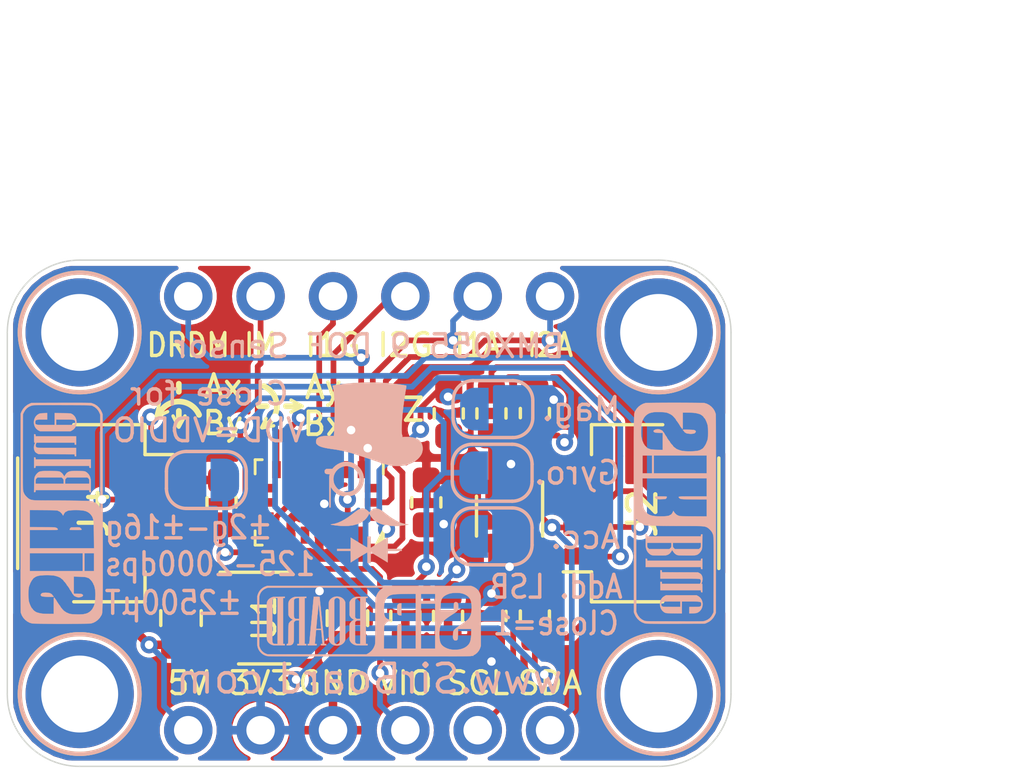
<source format=kicad_pcb>
(kicad_pcb (version 20171130) (host pcbnew "(5.1.2)-2")
  (title_block (title "SirBlue - BMX055 Breakout with 5V Level Shift") (date 2020-03-09) (rev 1) (company SirBoard) (comment 1 "Magnetometer:  X = ±1300μT, Y = ±1300μT, Z = ±2500μT") (comment 2 "Gyroscope = ±125°/s, ±250°/s, ±500°/s, ±1000°/s, ±2000°/s") (comment 3 "Accelerometer = ±4g/ ±8g/ ±12g/ ±16g") (comment 4 "16 Bit Gyroscope, 12 Bit Accelerometer And 13/15 Bit Magnetometer Optimised For I2C"))
  (layers (0 F.Cu signal) (31 B.Cu signal) (34 B.Paste user hide) (35 F.Paste user hide) (36 B.SilkS user) (37 F.SilkS user) (38 B.Mask user hide) (39 F.Mask user hide) (44 Edge.Cuts user))
  (net 0 "")
  (net 1 GND)
  (net 2 5V)
  (net 3 3V3)
  (net 4 "Net-(U1-Pad4)")
  (net 5 SCL_5V)
  (net 6 SDA_3V3)
  (net 7 SDA_5V)
  (net 8 SCL_3V3)
  (net 9 VDDIO)
  (net 10 I2A)
  (net 11 I1A)
  (net 12 I2G)
  (net 13 I1G)
  (net 14 CSBG)
  (net 15 CSBA)
  (net 16 INTM)
  (net 17 DRDYM)
  (net 18 /A_LSB_A)
  (net 19 /A_LSB_G)
  (net 20 /A_LSB_M)
  (net 21 "Net-(U2-Pad8)")
  (net 22 "Net-(U2-Pad18)")
  (module Connector_PinHeader_2.54mm:PinHeader_1x06_P2.54mm_Vertical (layer B.Cu) (at 58.928 28.3464 270)
    (fp_text reference J3 hide)
    (fp_text value Conn_01x06)
    (pad 1 thru_hole circle (at 0 0 270) (size 1.7 1.7) (drill 1) (layers *.Cu *.Mask) (net 17 DRDYM))
    (pad 2 thru_hole oval (at 0 -2.54 270) (size 1.7 1.7) (drill 1) (layers *.Cu *.Mask) (net 16 INTM))
    (pad 3 thru_hole oval (at 0 -5.08 270) (size 1.7 1.7) (drill 1) (layers *.Cu *.Mask) (net 13 I1G))
    (pad 4 thru_hole oval (at 0 -7.62 270) (size 1.7 1.7) (drill 1) (layers *.Cu *.Mask) (net 12 I2G))
    (pad 5 thru_hole oval (at 0 -10.16 270) (size 1.7 1.7) (drill 1) (layers *.Cu *.Mask) (net 11 I1A))
    (pad 6 thru_hole oval (at 0 -12.7 270) (size 1.7 1.7) (drill 1) (layers *.Cu *.Mask) (net 10 I2A))
  )
  (module SirBoardLibrary:LGA_PACKAGE_20_PINS (layer F.Cu) (at 63.5254 35.5854 270)
    (fp_text reference U2 hide)
    (fp_text value BMX055 hide)
    (pad 20 smd rect (at 0.5 -1.9 270) (size 0.3 0.6) (layers F.Cu F.Paste F.Mask) (net 20 /A_LSB_M))
    (pad 19 smd rect (at 0 -1.9 270) (size 0.3 0.6) (layers F.Cu F.Paste F.Mask) (net 11 I1A))
    (pad 18 smd rect (at -0.5 -1.9 270) (size 0.3 0.6) (layers F.Cu F.Paste F.Mask) (net 22 "Net-(U2-Pad18)"))
    (pad 17 smd rect (at -1.15 -1.5) (size 0.3 0.6) (layers F.Cu F.Paste F.Mask) (net 18 /A_LSB_A))
    (pad 16 smd rect (at -1.15 -1) (size 0.3 0.6) (layers F.Cu F.Paste F.Mask) (net 15 CSBA))
    (pad 15 smd rect (at -1.15 -0.5) (size 0.3 0.6) (layers F.Cu F.Paste F.Mask) (net 12 I2G))
    (pad 14 smd rect (at -1.15 0) (size 0.3 0.6) (layers F.Cu F.Paste F.Mask) (net 13 I1G))
    (pad 13 smd rect (at -1.15 0.5) (size 0.3 0.6) (layers F.Cu F.Paste F.Mask) (net 9 VDDIO))
    (pad 12 smd rect (at -1.15 1) (size 0.3 0.6) (layers F.Cu F.Paste F.Mask) (net 19 /A_LSB_G))
    (pad 11 smd rect (at -1.15 1.5) (size 0.3 0.6) (layers F.Cu F.Paste F.Mask) (net 6 SDA_3V3))
    (pad 10 smd rect (at -0.5 1.9 270) (size 0.3 0.6) (layers F.Cu F.Paste F.Mask) (net 16 INTM))
    (pad 9 smd rect (at 0 1.9 270) (size 0.3 0.6) (layers F.Cu F.Paste F.Mask) (net 8 SCL_3V3))
    (pad 8 smd rect (at 0.5 1.9 270) (size 0.3 0.6) (layers F.Cu F.Paste F.Mask) (net 21 "Net-(U2-Pad8)"))
    (pad 7 smd rect (at 1.15 1.5) (size 0.3 0.6) (layers F.Cu F.Paste F.Mask) (net 9 VDDIO))
    (pad 6 smd rect (at 1.15 1) (size 0.3 0.6) (layers F.Cu F.Paste F.Mask) (net 1 GND))
    (pad 5 smd rect (at 1.15 0.5) (size 0.3 0.6) (layers F.Cu F.Paste F.Mask) (net 14 CSBG))
    (pad 4 smd rect (at 1.15 0) (size 0.3 0.6) (layers F.Cu F.Paste F.Mask) (net 1 GND))
    (pad 3 smd rect (at 1.15 -0.5) (size 0.3 0.6) (layers F.Cu F.Paste F.Mask) (net 3 3V3))
    (pad 2 smd rect (at 1.15 -1) (size 0.3 0.6) (layers F.Cu F.Paste F.Mask) (net 17 DRDYM))
    (pad 1 smd rect (at 1.15 -1.5) (size 0.3 0.6) (layers F.Cu F.Paste F.Mask) (net 10 I2A))
  )
  (module Resistor_SMD:R_0603_1608Metric (layer F.Cu) (at 68.072 32.4612 270)
    (fp_text reference R3 hide)
    (fp_text value 10K)
    (pad 1 smd roundrect (at -0.7875 0 270) (size 0.875 0.95) (layers F.Cu F.Paste F.Mask) (net 20 /A_LSB_M))
    (pad 2 smd roundrect (at 0.7875 0 270) (size 0.875 0.95) (layers F.Cu F.Paste F.Mask) (net 1 GND))
  )
  (module Jumper:SolderJumper-2_P1.3mm_Open_RoundedPad1.0x1.5mm (layer B.Cu) (at 69.6214 32.3088 180)
    (fp_text reference JP4 hide)
    (fp_text value SolderJumper_2_Open)
    (pad 1 smd custom (at -0.65 0 180) (size 1 0.5) (layers B.Cu B.Mask) (net 3 3V3) (options (clearance outline) (anchor rect)) (primitives (gr_circle (center 0 -0.25) (end 0.5 -0.25) (width 0)) (gr_circle (center 0 0.25) (end 0.5 0.25) (width 0)) (gr_poly (pts (xy 0 0.75) (xy 0.5 0.75) (xy 0.5 -0.75) (xy 0 -0.75)) (width 0))))
    (pad 2 smd custom (at 0.65 0 180) (size 1 0.5) (layers B.Cu B.Mask) (net 20 /A_LSB_M) (options (clearance outline) (anchor rect)) (primitives (gr_circle (center 0 -0.25) (end 0.5 -0.25) (width 0)) (gr_circle (center 0 0.25) (end 0.5 0.25) (width 0)) (gr_poly (pts (xy 0 0.75) (xy -0.5 0.75) (xy -0.5 -0.75) (xy 0 -0.75)) (width 0))))
  )
  (module Connector_JST:JST_SH_SM04B-SRSS-TB_1x04-1MP_P1.00mm_Horizontal (layer F.Cu) (at 74.8665 35.9664 90)
    (fp_text reference J2 (at 0 0 90) (layer F.SilkS))
    (fp_text value Conn_01x04)
    (pad 1 smd roundrect (at -1.5 -2 90) (size 0.6 1.55) (layers F.Cu F.Paste F.Mask) (net 5 SCL_5V))
    (pad 2 smd roundrect (at -0.5 -2 90) (size 0.6 1.55) (layers F.Cu F.Paste F.Mask) (net 7 SDA_5V))
    (pad 3 smd roundrect (at 0.5 -2 90) (size 0.6 1.55) (layers F.Cu F.Paste F.Mask) (net 2 5V))
    (pad 4 smd roundrect (at 1.5 -2 90) (size 0.6 1.55) (layers F.Cu F.Paste F.Mask) (net 1 GND))
    (pad MP smd roundrect (at -2.8 1.875 90) (size 1.2 1.8) (layers F.Cu F.Paste F.Mask) (roundrect_rratio 0.208333))
    (pad MP smd roundrect (at 2.8 1.875 90) (size 1.2 1.8) (layers F.Cu F.Paste F.Mask) (roundrect_rratio 0.208333))
  )
  (module Resistor_SMD:R_0603_1608Metric (layer F.Cu) (at 66.548 39.5732 270)
    (fp_text reference R2 hide)
    (fp_text value 10K)
    (pad 1 smd roundrect (at -0.7875 0 270) (size 0.875 0.95) (layers F.Cu F.Paste F.Mask) (net 19 /A_LSB_G))
    (pad 2 smd roundrect (at 0.7875 0 270) (size 0.875 0.95) (layers F.Cu F.Paste F.Mask) (net 1 GND))
  )
  (module Resistor_SMD:R_0603_1608Metric (layer F.Cu) (at 68.0466 39.5732 270)
    (fp_text reference R1 hide)
    (fp_text value 10K)
    (pad 1 smd roundrect (at -0.7875 0 270) (size 0.875 0.95) (layers F.Cu F.Paste F.Mask) (net 18 /A_LSB_A))
    (pad 2 smd roundrect (at 0.7875 0 270) (size 0.875 0.95) (layers F.Cu F.Paste F.Mask) (net 1 GND))
  )
  (module Jumper:SolderJumper-2_P1.3mm_Open_RoundedPad1.0x1.5mm (layer B.Cu) (at 69.596 34.544 180)
    (fp_text reference JP3 hide)
    (fp_text value SolderJumper_2_Open)
    (pad 1 smd custom (at -0.65 0 180) (size 1 0.5) (layers B.Cu B.Mask) (net 3 3V3) (options (clearance outline) (anchor rect)) (primitives (gr_circle (center 0 -0.25) (end 0.5 -0.25) (width 0)) (gr_circle (center 0 0.25) (end 0.5 0.25) (width 0)) (gr_poly (pts (xy 0 0.75) (xy 0.5 0.75) (xy 0.5 -0.75) (xy 0 -0.75)) (width 0))))
    (pad 2 smd custom (at 0.65 0 180) (size 1 0.5) (layers B.Cu B.Mask) (net 19 /A_LSB_G) (options (clearance outline) (anchor rect)) (primitives (gr_circle (center 0 -0.25) (end 0.5 -0.25) (width 0)) (gr_circle (center 0 0.25) (end 0.5 0.25) (width 0)) (gr_poly (pts (xy 0 0.75) (xy -0.5 0.75) (xy -0.5 -0.75) (xy 0 -0.75)) (width 0))))
  )
  (module Jumper:SolderJumper-2_P1.3mm_Open_RoundedPad1.0x1.5mm (layer B.Cu) (at 69.596 36.7792 180)
    (fp_text reference JP2 hide)
    (fp_text value SolderJumper_2_Open)
    (pad 2 smd custom (at 0.65 0 180) (size 1 0.5) (layers B.Cu B.Mask) (net 18 /A_LSB_A) (options (clearance outline) (anchor rect)) (primitives (gr_circle (center 0 -0.25) (end 0.5 -0.25) (width 0)) (gr_circle (center 0 0.25) (end 0.5 0.25) (width 0)) (gr_poly (pts (xy 0 0.75) (xy -0.5 0.75) (xy -0.5 -0.75) (xy 0 -0.75)) (width 0))))
    (pad 1 smd custom (at -0.65 0 180) (size 1 0.5) (layers B.Cu B.Mask) (net 3 3V3) (options (clearance outline) (anchor rect)) (primitives (gr_circle (center 0 -0.25) (end 0.5 -0.25) (width 0)) (gr_circle (center 0 0.25) (end 0.5 0.25) (width 0)) (gr_poly (pts (xy 0 0.75) (xy 0.5 0.75) (xy 0.5 -0.75) (xy 0 -0.75)) (width 0))))
  )
  (module Capacitor_SMD:C_0603_1608Metric (layer F.Cu) (at 60.0964 35.5854 90)
    (fp_text reference C5 hide)
    (fp_text value 100nF)
    (pad 2 smd roundrect (at 0.7875 0 90) (size 0.875 0.95) (layers F.Cu F.Paste F.Mask) (net 1 GND))
    (pad 1 smd roundrect (at -0.7875 0 90) (size 0.875 0.95) (layers F.Cu F.Paste F.Mask) (net 9 VDDIO))
  )
  (module Capacitor_SMD:C_0603_1608Metric (layer F.Cu) (at 67.2846 35.5854 90)
    (fp_text reference C3 hide)
    (fp_text value 1uF)
    (pad 2 smd roundrect (at 0.7875 0 90) (size 0.875 0.95) (layers F.Cu F.Paste F.Mask) (net 1 GND))
    (pad 1 smd roundrect (at -0.7875 0 90) (size 0.875 0.95) (layers F.Cu F.Paste F.Mask) (net 3 3V3))
  )
  (module Jumper:SolderJumper-2_P1.3mm_Open_RoundedPad1.0x1.5mm (layer B.Cu) (at 59.563 34.798)
    (fp_text reference JP1 hide)
    (fp_text value SolderJumper_2_Open)
    (pad 2 smd custom (at 0.65 0) (size 1 0.5) (layers B.Cu B.Mask) (net 9 VDDIO) (options (clearance outline) (anchor rect)) (primitives (gr_circle (center 0 -0.25) (end 0.5 -0.25) (width 0)) (gr_circle (center 0 0.25) (end 0.5 0.25) (width 0)) (gr_poly (pts (xy 0 0.75) (xy -0.5 0.75) (xy -0.5 -0.75) (xy 0 -0.75)) (width 0))))
    (pad 1 smd custom (at -0.65 0) (size 1 0.5) (layers B.Cu B.Mask) (net 3 3V3) (options (clearance outline) (anchor rect)) (primitives (gr_circle (center 0 -0.25) (end 0.5 -0.25) (width 0)) (gr_circle (center 0 0.25) (end 0.5 0.25) (width 0)) (gr_poly (pts (xy 0 0.75) (xy 0.5 0.75) (xy 0.5 -0.75) (xy 0 -0.75)) (width 0))))
  )
  (module logo:SirBoard79x25 (layer B.Cu) (at 65.278 39.751 180)
    (fp_text reference G*** hide)
    (fp_text value LOGO hide)
  )
  (module logo:logo63x89 (layer B.Cu) (at 65.278 34.544 180)
    (fp_text reference G*** hide)
    (fp_text value LOGO hide)
  )
  (module logo:SirBlue78x29 (layer B.Cu) (at 76.0095 35.9664 270)
    (fp_text reference G*** hide)
    (fp_text value LOGO hide)
  )
  (module logo:SirBlue78x29 (layer B.Cu) (at 54.483 35.9664 90)
    (fp_text reference G*** hide)
    (fp_text value LOGO hide)
  )
  (module Connector_PinHeader_2.54mm:PinHeader_1x06_P2.54mm_Vertical (layer B.Cu) (at 58.928 43.5864 270)
    (fp_text reference J1 hide)
    (fp_text value Conn_01x06)
    (pad 6 thru_hole oval (at 0 -12.7 270) (size 1.7 1.7) (drill 1) (layers *.Cu *.Mask) (net 7 SDA_5V))
    (pad 5 thru_hole oval (at 0 -10.16 270) (size 1.7 1.7) (drill 1) (layers *.Cu *.Mask) (net 5 SCL_5V))
    (pad 4 thru_hole oval (at 0 -7.62 270) (size 1.7 1.7) (drill 1) (layers *.Cu *.Mask) (net 9 VDDIO))
    (pad 3 thru_hole oval (at 0 -5.08 270) (size 1.7 1.7) (drill 1) (layers *.Cu *.Mask) (net 1 GND))
    (pad 2 thru_hole oval (at 0 -2.54 270) (size 1.7 1.7) (drill 1) (layers *.Cu *.Mask) (net 3 3V3))
    (pad 1 thru_hole circle (at 0 0 270) (size 1.7 1.7) (drill 1) (layers *.Cu *.Mask) (net 2 5V))
  )
  (module Package_TO_SOT_SMD:SOT-23-5 (layer F.Cu) (at 61.595 39.6494)
    (fp_text reference U1 (at 0 0 90) (layer F.SilkS) (effects (font (size 0.8 0.8) (thickness 0.12))))
    (fp_text value AP2127K-3.3)
    (pad 5 smd rect (at 1.1 -0.95) (size 1.06 0.65) (layers F.Cu F.Paste F.Mask) (net 3 3V3))
    (pad 4 smd rect (at 1.1 0.95) (size 1.06 0.65) (layers F.Cu F.Paste F.Mask) (net 4 "Net-(U1-Pad4)"))
    (pad 3 smd rect (at -1.1 0.95) (size 1.06 0.65) (layers F.Cu F.Paste F.Mask) (net 2 5V))
    (pad 2 smd rect (at -1.1 0) (size 1.06 0.65) (layers F.Cu F.Paste F.Mask) (net 1 GND))
    (pad 1 smd rect (at -1.1 -0.95) (size 1.06 0.65) (layers F.Cu F.Paste F.Mask) (net 2 5V))
  )
  (module Connector_JST:JST_SH_SM04B-SRSS-TB_1x04-1MP_P1.00mm_Horizontal (layer F.Cu) (at 55.626 35.9664 270)
    (fp_text reference J4 (at 0 0 270) (layer F.SilkS))
    (fp_text value Conn_01x04)
    (pad 1 smd roundrect (at -1.5 -2 270) (size 0.6 1.55) (layers F.Cu F.Paste F.Mask) (net 5 SCL_5V))
    (pad 2 smd roundrect (at -0.5 -2 270) (size 0.6 1.55) (layers F.Cu F.Paste F.Mask) (net 7 SDA_5V))
    (pad 3 smd roundrect (at 0.5 -2 270) (size 0.6 1.55) (layers F.Cu F.Paste F.Mask) (net 2 5V))
    (pad 4 smd roundrect (at 1.5 -2 270) (size 0.6 1.55) (layers F.Cu F.Paste F.Mask) (net 1 GND))
    (pad MP smd roundrect (at -2.8 1.875 270) (size 1.2 1.8) (layers F.Cu F.Paste F.Mask) (roundrect_rratio 0.208333))
    (pad MP smd roundrect (at 2.8 1.875 270) (size 1.2 1.8) (layers F.Cu F.Paste F.Mask) (roundrect_rratio 0.208333))
  )
  (module Capacitor_SMD:C_0805_2012Metric (layer F.Cu) (at 64.516 39.6494 270)
    (fp_text reference C4 hide)
    (fp_text value 10uF)
    (pad 2 smd roundrect (at 0.9375 0 270) (size 0.975 1.4) (layers F.Cu F.Paste F.Mask) (net 1 GND))
    (pad 1 smd roundrect (at -0.9375 0 270) (size 0.975 1.4) (layers F.Cu F.Paste F.Mask) (net 3 3V3))
  )
  (module Capacitor_SMD:C_0805_2012Metric (layer F.Cu) (at 58.674 39.6494 90)
    (fp_text reference C1 hide)
    (fp_text value 10uF)
    (pad 2 smd roundrect (at 0.9375 0 90) (size 0.975 1.4) (layers F.Cu F.Paste F.Mask) (net 1 GND))
    (pad 1 smd roundrect (at -0.9375 0 90) (size 0.975 1.4) (layers F.Cu F.Paste F.Mask) (net 2 5V))
  )
  (module SirBoardLibrary:MountingHole_M2.5_SirBoard (layer F.Cu) (at 55.118 42.3164 270)
    (fp_text reference H1 hide)
    (fp_text value MountingHole)
    (pad 1 thru_hole circle (at 0 0 270) (size 3.8 3.8) (drill 2.7) (layers *.Cu *.Mask))
  )
  (module SirBoardLibrary:MountingHole_M2.5_SirBoard (layer F.Cu) (at 55.118 29.6164 270)
    (fp_text reference H2 hide)
    (fp_text value MountingHole)
    (pad 1 thru_hole circle (at 0 0 270) (size 3.8 3.8) (drill 2.7) (layers *.Cu *.Mask))
  )
  (module SirBoardLibrary:MountingHole_M2.5_SirBoard (layer F.Cu) (at 75.438 42.3164 90)
    (fp_text reference H3 hide)
    (fp_text value MountingHole)
    (pad 1 thru_hole circle (at 0 0 90) (size 3.8 3.8) (drill 2.7) (layers *.Cu *.Mask))
  )
  (module SirBoardLibrary:MountingHole_M2.5_SirBoard (layer F.Cu) (at 75.438 29.6164 90)
    (fp_text reference H4 hide)
    (fp_text value MountingHole)
    (pad 1 thru_hole circle (at 0 0 90) (size 3.8 3.8) (drill 2.7) (layers *.Cu *.Mask))
  )
  (module Resistor_SMD:R_0603_1608Metric (layer F.Cu) (at 69.5706 32.4612 270)
    (fp_text reference R8 hide)
    (fp_text value 10K)
    (pad 2 smd roundrect (at 0.7875 0 270) (size 0.875 0.95) (layers F.Cu F.Paste F.Mask) (net 7 SDA_5V))
    (pad 1 smd roundrect (at -0.7875 0 270) (size 0.875 0.95) (layers F.Cu F.Paste F.Mask) (net 2 5V))
  )
  (module Resistor_SMD:R_0603_1608Metric (layer F.Cu) (at 69.5706 39.5732 270)
    (fp_text reference R7 hide)
    (fp_text value 10K)
    (pad 2 smd roundrect (at 0.7875 0 270) (size 0.875 0.95) (layers F.Cu F.Paste F.Mask) (net 3 3V3))
    (pad 1 smd roundrect (at -0.7875 0 270) (size 0.875 0.95) (layers F.Cu F.Paste F.Mask) (net 6 SDA_3V3))
  )
  (module Resistor_SMD:R_0603_1608Metric (layer F.Cu) (at 71.0946 39.5605 90)
    (fp_text reference R6 hide)
    (fp_text value 10K)
    (pad 2 smd roundrect (at 0.7875 0 90) (size 0.875 0.95) (layers F.Cu F.Paste F.Mask) (net 5 SCL_5V))
    (pad 1 smd roundrect (at -0.7875 0 90) (size 0.875 0.95) (layers F.Cu F.Paste F.Mask) (net 2 5V))
  )
  (module Resistor_SMD:R_0603_1608Metric (layer F.Cu) (at 71.0946 32.4485 90)
    (fp_text reference R5 hide)
    (fp_text value 10K)
    (pad 2 smd roundrect (at 0.7875 0 90) (size 0.875 0.95) (layers F.Cu F.Paste F.Mask) (net 3 3V3))
    (pad 1 smd roundrect (at -0.7875 0 90) (size 0.875 0.95) (layers F.Cu F.Paste F.Mask) (net 8 SCL_3V3))
  )
  (module Package_TO_SOT_SMD:SOT-363_SC-70-6 (layer F.Cu) (at 70.2056 36.068 270)
    (fp_text reference Q2 hide)
    (fp_text value BSS138DW)
    (pad 6 smd rect (at 0.95 -0.65 270) (size 0.65 0.4) (layers F.Cu F.Paste F.Mask) (net 5 SCL_5V))
    (pad 4 smd rect (at 0.95 0.65 270) (size 0.65 0.4) (layers F.Cu F.Paste F.Mask) (net 6 SDA_3V3))
    (pad 2 smd rect (at -0.95 0 270) (size 0.65 0.4) (layers F.Cu F.Paste F.Mask) (net 3 3V3))
    (pad 5 smd rect (at 0.95 0 270) (size 0.65 0.4) (layers F.Cu F.Paste F.Mask) (net 3 3V3))
    (pad 3 smd rect (at -0.95 0.65 270) (size 0.65 0.4) (layers F.Cu F.Paste F.Mask) (net 7 SDA_5V))
    (pad 1 smd rect (at -0.95 -0.65 270) (size 0.65 0.4) (layers F.Cu F.Paste F.Mask) (net 8 SCL_3V3))
  )
  (gr_text ±2500μT (at 55.9308 39.116) (layer B.SilkS) (effects (font (size 0.8 0.7) (thickness 0.12)) (justify right mirror)))
  (gr_text Mag. (at 74.168 32.3088) (layer B.SilkS) (effects (font (size 0.8 0.8) (thickness 0.12)) (justify left mirror)))
  (gr_text "Ay\nBx" (at 63.6778 32.1818) (layer F.SilkS) (effects (font (size 0.8 0.8) (thickness 0.13))))
  (gr_text Z (at 66.8274 32.258 180) (layer F.SilkS) (effects (font (size 0.8 0.8) (thickness 0.13))))
  (gr_text "Ax\nBy" (at 60.1472 32.1564) (layer F.SilkS) (effects (font (size 0.8 0.8) (thickness 0.13))))
  (gr_line (start 66.2178 32.0802) (end 65.9765 32.385) (layer F.SilkS) (width 0.12))
  (gr_line (start 66.2305 32.0929) (end 66.3829 32.4358) (layer F.SilkS) (width 0.12))
  (gr_line (start 61.6585 32.639) (end 61.5061 32.9565) (layer F.SilkS) (width 0.12))
  (gr_line (start 61.5188 32.9692) (end 61.9252 32.893) (layer F.SilkS) (width 0.12))
  (gr_arc (start 61.2648 32.2072) (end 61.5696 32.9184) (angle -132.8389205) (layer F.SilkS) (width 0.2))
  (gr_line (start 61.4045 32.2072) (end 61.6839 32.2072) (layer F.SilkS) (width 0.2))
  (gr_line (start 62.357 32.2072) (end 62.8396 32.2072) (layer F.SilkS) (width 0.2))
  (gr_line (start 62.9285 32.2072) (end 62.5348 31.9913) (layer F.SilkS) (width 0.12))
  (gr_line (start 62.9158 32.2199) (end 62.5348 32.4104) (layer F.SilkS) (width 0.12))
  (gr_line (start 58.5851 32.9311) (end 58.3946 32.5501) (layer F.SilkS) (width 0.12))
  (gr_line (start 58.5978 32.9438) (end 58.8137 32.5501) (layer F.SilkS) (width 0.12))
  (gr_circle (center 65.5193 32.2199) (end 65.6693 32.2199) (layer F.SilkS) (width 0.4))
  (gr_arc (start 65.5193 32.2199) (end 65.5447 31.5341) (angle -272.1210964) (layer F.SilkS) (width 0.2))
  (gr_line (start 58.5978 32.3723) (end 58.5978 32.8549) (layer F.SilkS) (width 0.2))
  (gr_line (start 58.5978 31.4198) (end 58.5978 31.6992) (layer F.SilkS) (width 0.2))
  (gr_arc (start 58.5978 32.8168) (end 59.309 32.512) (angle -132.8389205) (layer F.SilkS) (width 0.2))
  (gr_line (start 57.912 32.1183) (end 57.7977 32.5501) (layer F.SilkS) (width 0.12))
  (gr_line (start 57.8231 32.5755) (end 58.2041 32.3977) (layer F.SilkS) (width 0.12))
  (gr_text Acc. (at 74.168 36.8046) (layer B.SilkS) (effects (font (size 0.8 0.8) (thickness 0.12)) (justify left mirror)))
  (gr_text Gyro. (at 74.168 34.544) (layer B.SilkS) (effects (font (size 0.8 0.8) (thickness 0.12)) (justify left mirror)))
  (gr_text "Add. LSB\nClose=1" (at 71.8312 39.1922) (layer B.SilkS) (effects (font (size 0.8 0.7) (thickness 0.12)) (justify mirror)))
  (gr_text "±2g-±16g\n125-2000dps" (at 55.9308 37.1094) (layer B.SilkS) (effects (font (size 0.8 0.7) (thickness 0.12)) (justify right mirror)))
  (gr_text SDA (at 71.628 41.9354) (layer F.SilkS) (effects (font (size 0.8 0.8) (thickness 0.12))))
  (gr_text "BMX055 9 DOF Sensor" (at 65.278 30.099) (layer B.SilkS) (effects (font (size 0.8 0.8) (thickness 0.12)) (justify mirror)))
  (gr_text "Close for\nVDD=VDDIO" (at 59.6646 32.4104) (layer B.SilkS) (effects (font (size 0.8 0.8) (thickness 0.12)) (justify mirror)))
  (gr_text I2A (at 71.628 30.0609) (layer F.SilkS) (effects (font (size 0.8 0.7) (thickness 0.12))))
  (gr_text I1A (at 69.088 30.0609) (layer F.SilkS) (effects (font (size 0.8 0.7) (thickness 0.12))))
  (gr_text DRDM (at 58.928 30.0609) (layer F.SilkS) (effects (font (size 0.8 0.7) (thickness 0.12))))
  (gr_text IM (at 61.468 30.0609) (layer F.SilkS) (effects (font (size 0.8 0.7) (thickness 0.12))))
  (gr_text I1G (at 64.008 30.0609) (layer F.SilkS) (effects (font (size 0.8 0.8) (thickness 0.12))))
  (gr_text I2G (at 66.548 30.0609) (layer F.SilkS) (effects (font (size 0.8 0.8) (thickness 0.12))))
  (gr_text 5V (at 58.928 41.9354) (layer F.SilkS) (effects (font (size 0.8 0.8) (thickness 0.12))))
  (gr_text 3V3 (at 61.468 41.9354) (layer F.SilkS) (effects (font (size 0.8 0.8) (thickness 0.12))))
  (gr_text GND (at 64.008 41.9354) (layer F.SilkS) (effects (font (size 0.8 0.8) (thickness 0.12))))
  (gr_text VIO (at 66.548 41.9354) (layer F.SilkS) (effects (font (size 0.8 0.8) (thickness 0.12))))
  (gr_text SCL (at 69.088 41.9354) (layer F.SilkS) (effects (font (size 0.8 0.8) (thickness 0.12))))
  (gr_arc (start 55.118 29.6164) (end 55.118 27.0764) (angle -90) (layer Edge.Cuts) (width 0.05))
  (gr_arc (start 75.438 29.6164) (end 77.978 29.6164) (angle -90) (layer Edge.Cuts) (width 0.05))
  (gr_arc (start 75.438 42.3164) (end 75.438 44.8564) (angle -90) (layer Edge.Cuts) (width 0.05))
  (gr_arc (start 55.118 42.3164) (end 52.578 42.3164) (angle -90) (layer Edge.Cuts) (width 0.05))
  (gr_line (start 52.578 42.3164) (end 52.578 29.6164) (layer Edge.Cuts) (width 0.05))
  (gr_line (start 55.118 27.0764) (end 75.438 27.0764) (layer Edge.Cuts) (width 0.05))
  (gr_line (start 77.978 29.6164) (end 77.978 42.3164) (layer Edge.Cuts) (width 0.05))
  (gr_line (start 75.438 44.8564) (end 55.118 44.8564) (layer Edge.Cuts) (width 0.05))
  (gr_text www.SirBoard.com (at 65.278 41.783) (layer B.SilkS) (effects (font (size 1 1) (thickness 0.13)) (justify mirror)))
  (segment (start 58.6865 40.5994) (end 58.674 40.5869) (width 0.3) (layer F.Cu) (net 2))
  (segment (start 60.495 40.5994) (end 58.6865 40.5994) (width 0.3) (layer F.Cu) (net 2))
  (segment (start 57.5541 40.5869) (end 58.674 40.5869) (width 0.3) (layer F.Cu) (net 2))
  (segment (start 55.7784 38.8112) (end 57.5541 40.5869) (width 0.3) (layer F.Cu) (net 2))
  (segment (start 55.7784 37.0586) (end 55.7784 38.8112) (width 0.3) (layer F.Cu) (net 2))
  (segment (start 57.626 36.4664) (end 56.3706 36.4664) (width 0.3) (layer F.Cu) (net 2))
  (segment (start 56.3706 36.4664) (end 55.7784 37.0586) (width 0.3) (layer F.Cu) (net 2))
  (segment (start 57.5541 40.5869) (end 57.5541 40.5869) (width 0.3) (layer F.Cu) (net 2))
  (via (at 57.5541 40.5869) (size 0.6) (drill 0.3) (layers F.Cu B.Cu) (net 2))
  (segment (start 57.854099 40.886899) (end 57.5541 40.5869) (width 0.2) (layer B.Cu) (net 2))
  (segment (start 58.078001 41.110801) (end 57.854099 40.886899) (width 0.2) (layer B.Cu) (net 2))
  (segment (start 58.078001 42.736401) (end 58.078001 41.110801) (width 0.2) (layer B.Cu) (net 2))
  (segment (start 58.928 43.5864) (end 58.078001 42.736401) (width 0.2) (layer B.Cu) (net 2))
  (segment (start 73.7415 35.4664) (end 72.8665 35.4664) (width 0.2) (layer F.Cu) (net 2))
  (segment (start 74.0156 35.1923) (end 73.7415 35.4664) (width 0.2) (layer F.Cu) (net 2))
  (segment (start 74.0156 35.1923) (end 74.6893 35.1923) (width 0.2) (layer F.Cu) (net 2))
  (segment (start 74.6893 35.1923) (end 75.4888 35.9918) (width 0.2) (layer F.Cu) (net 2))
  (segment (start 75.4888 35.9918) (end 75.4888 37.1094) (width 0.2) (layer F.Cu) (net 2))
  (segment (start 72.2502 40.348) (end 71.0946 40.348) (width 0.2) (layer F.Cu) (net 2))
  (segment (start 75.4888 37.1094) (end 72.2502 40.348) (width 0.2) (layer F.Cu) (net 2))
  (segment (start 61.2165 38.6994) (end 61.468 38.9509) (width 0.3) (layer F.Cu) (net 2))
  (segment (start 60.495 38.6994) (end 61.2165 38.6994) (width 0.3) (layer F.Cu) (net 2))
  (segment (start 61.468 38.9509) (end 61.468 39.751) (width 0.3) (layer F.Cu) (net 2))
  (segment (start 61.468 39.751) (end 61.468 40.3479) (width 0.3) (layer F.Cu) (net 2))
  (segment (start 61.468 40.3479) (end 61.2165 40.5994) (width 0.3) (layer F.Cu) (net 2))
  (segment (start 61.2165 40.5994) (end 60.495 40.5994) (width 0.3) (layer F.Cu) (net 2))
  (via (at 62.7126 41.8084) (size 0.6) (drill 0.3) (layers F.Cu B.Cu) (net 2))
  (segment (start 61.1632 41.8084) (end 62.7126 41.8084) (width 0.2) (layer F.Cu) (net 2))
  (segment (start 60.495 40.5994) (end 60.495 41.1402) (width 0.2) (layer F.Cu) (net 2))
  (segment (start 60.495 41.1402) (end 61.1632 41.8084) (width 0.2) (layer F.Cu) (net 2))
  (via (at 71.4248 41.6306) (size 0.6) (drill 0.3) (layers F.Cu B.Cu) (net 2))
  (segment (start 71.0946 40.348) (end 71.0946 41.3004) (width 0.2) (layer F.Cu) (net 2))
  (segment (start 71.0946 41.3004) (end 71.4248 41.6306) (width 0.2) (layer F.Cu) (net 2))
  (segment (start 71.4248 41.6306) (end 69.7992 40.005) (width 0.2) (layer B.Cu) (net 2))
  (segment (start 64.516 40.005) (end 62.7126 41.8084) (width 0.2) (layer B.Cu) (net 2))
  (segment (start 69.7992 40.005) (end 64.516 40.005) (width 0.2) (layer B.Cu) (net 2))
  (segment (start 74.0156 32.766) (end 74.0156 35.1923) (width 0.2) (layer F.Cu) (net 2))
  (segment (start 72.0852 30.8356) (end 74.0156 32.766) (width 0.2) (layer F.Cu) (net 2))
  (segment (start 69.7442 30.8356) (end 72.0852 30.8356) (width 0.2) (layer F.Cu) (net 2))
  (segment (start 69.5706 31.6737) (end 69.5706 31.0092) (width 0.2) (layer F.Cu) (net 2))
  (segment (start 69.5706 31.0092) (end 69.7442 30.8356) (width 0.2) (layer F.Cu) (net 2))
  (segment (start 64.5035 38.6994) (end 64.516 38.7119) (width 0.3) (layer F.Cu) (net 3))
  (segment (start 62.695 38.6994) (end 63.5356 38.6994) (width 0.3) (layer F.Cu) (net 3))
  (segment (start 63.561 38.6994) (end 64.5035 38.6994) (width 0.3) (layer F.Cu) (net 3))
  (segment (start 69.2128 40.3607) (end 69.5706 40.3607) (width 0.2) (layer F.Cu) (net 3))
  (via (at 70.2056 37.846) (size 0.6) (drill 0.3) (layers F.Cu B.Cu) (net 3))
  (segment (start 70.2056 37.018) (end 70.2056 37.846) (width 0.2) (layer F.Cu) (net 3))
  (segment (start 63.5356 38.6994) (end 63.561 38.6994) (width 0.3) (layer F.Cu) (net 3))
  (segment (start 63.5356 38.6994) (end 63.5356 38.6994) (width 0.3) (layer F.Cu) (net 3))
  (via (at 63.5356 38.6994) (size 0.6) (drill 0.3) (layers F.Cu B.Cu) (net 3))
  (via (at 69.5706 41.1734) (size 0.6) (drill 0.3) (layers F.Cu B.Cu) (net 3))
  (segment (start 69.5706 40.3607) (end 69.5706 41.1734) (width 0.2) (layer F.Cu) (net 3))
  (via (at 70.2564 34.2392) (size 0.6) (drill 0.3) (layers F.Cu B.Cu) (net 3))
  (segment (start 70.2056 35.118) (end 70.2056 34.29) (width 0.2) (layer F.Cu) (net 3))
  (segment (start 70.2056 34.29) (end 70.2564 34.2392) (width 0.2) (layer F.Cu) (net 3))
  (segment (start 70.2564 34.2392) (end 69.9412 34.2392) (width 0.2) (layer B.Cu) (net 3))
  (via (at 63.7032 35.6362) (size 0.6) (drill 0.3) (layers F.Cu B.Cu) (net 3))
  (segment (start 64.0254 35.9584) (end 64.003199 35.936199) (width 0.2) (layer F.Cu) (net 3))
  (segment (start 64.003199 35.936199) (end 63.7032 35.6362) (width 0.2) (layer F.Cu) (net 3))
  (segment (start 64.0254 36.8479) (end 64.0254 35.9584) (width 0.2) (layer F.Cu) (net 3))
  (via (at 71.755 31.9786) (size 0.6) (drill 0.3) (layers F.Cu B.Cu) (net 3))
  (segment (start 70.2714 32.3088) (end 71.3232 32.3088) (width 0.2) (layer B.Cu) (net 3))
  (segment (start 71.3232 32.3088) (end 71.4756 32.1564) (width 0.2) (layer B.Cu) (net 3))
  (via (at 67.8942 36.3474) (size 0.6) (drill 0.3) (layers F.Cu B.Cu) (net 3))
  (segment (start 67.2084 36.3729) (end 67.2339 36.3474) (width 0.2) (layer F.Cu) (net 3))
  (segment (start 67.469936 36.3474) (end 67.8942 36.3474) (width 0.2) (layer F.Cu) (net 3))
  (segment (start 67.2339 36.3474) (end 67.469936 36.3474) (width 0.2) (layer F.Cu) (net 3))
  (segment (start 71.4122 31.9786) (end 71.755 31.9786) (width 0.2) (layer F.Cu) (net 3))
  (segment (start 71.0946 31.661) (end 71.4122 31.9786) (width 0.2) (layer F.Cu) (net 3))
  (segment (start 71.0946 38.0365) (end 71.0946 38.773) (width 0.2) (layer F.Cu) (net 5))
  (segment (start 71.0946 38.0365) (end 71.094594 38.036506) (width 0.2) (layer F.Cu) (net 5))
  (segment (start 71.304 37.4664) (end 72.8665 37.4664) (width 0.2) (layer F.Cu) (net 5))
  (segment (start 70.8556 37.018) (end 71.304 37.4664) (width 0.2) (layer F.Cu) (net 5))
  (segment (start 71.2978 37.8333) (end 71.0946 38.0365) (width 0.2) (layer F.Cu) (net 5))
  (segment (start 70.8556 37.018) (end 71.2978 37.4602) (width 0.2) (layer F.Cu) (net 5))
  (segment (start 71.2978 37.4602) (end 71.2978 37.8333) (width 0.2) (layer F.Cu) (net 5))
  (via (at 57.6072 32.5882) (size 0.6) (drill 0.3) (layers F.Cu B.Cu) (net 5))
  (segment (start 57.626 34.4664) (end 57.626 32.607) (width 0.2) (layer F.Cu) (net 5))
  (segment (start 57.626 32.607) (end 57.6072 32.5882) (width 0.2) (layer F.Cu) (net 5))
  (via (at 74.0918 37.4904) (size 0.6) (drill 0.3) (layers F.Cu B.Cu) (net 5))
  (segment (start 72.8905 37.4904) (end 72.8665 37.4664) (width 0.2) (layer F.Cu) (net 5))
  (segment (start 74.0918 37.4904) (end 72.8905 37.4904) (width 0.2) (layer F.Cu) (net 5))
  (segment (start 71.0946 38.773) (end 70.3326 39.535) (width 0.2) (layer F.Cu) (net 5))
  (segment (start 70.3326 42.3418) (end 69.088 43.5864) (width 0.2) (layer F.Cu) (net 5))
  (segment (start 70.3326 39.535) (end 70.3326 42.3418) (width 0.2) (layer F.Cu) (net 5))
  (segment (start 74.0918 33.9598) (end 74.0918 37.4904) (width 0.2) (layer B.Cu) (net 5))
  (segment (start 58.674 31.5214) (end 66.7893 31.5214) (width 0.2) (layer B.Cu) (net 5))
  (segment (start 57.6072 32.5882) (end 58.674 31.5214) (width 0.2) (layer B.Cu) (net 5))
  (segment (start 66.7893 31.5214) (end 67.4497 30.861) (width 0.2) (layer B.Cu) (net 5))
  (segment (start 67.4497 30.861) (end 72.0852 30.861) (width 0.2) (layer B.Cu) (net 5))
  (segment (start 72.0852 30.861) (end 74.0918 32.8676) (width 0.2) (layer B.Cu) (net 5))
  (segment (start 74.0918 32.8676) (end 74.0918 33.9598) (width 0.2) (layer B.Cu) (net 5))
  (segment (start 69.5556 37.018) (end 69.5556 38.7707) (width 0.2) (layer F.Cu) (net 6))
  (segment (start 69.5556 37.018) (end 69.5556 36.7896) (width 0.2) (layer F.Cu) (net 6))
  (via (at 69.5706 38.7857) (size 0.6) (drill 0.3) (layers F.Cu B.Cu) (net 6))
  (segment (start 69.5556 38.7707) (end 69.5706 38.7857) (width 0.2) (layer F.Cu) (net 6))
  (via (at 61.976 32.6136) (size 0.6) (drill 0.3) (layers F.Cu B.Cu) (net 6))
  (segment (start 61.976 33.037864) (end 61.976 32.6136) (width 0.2) (layer F.Cu) (net 6))
  (segment (start 62.0268 33.088664) (end 61.976 33.037864) (width 0.2) (layer F.Cu) (net 6))
  (segment (start 62.0254 34.3229) (end 62.0268 34.3215) (width 0.2) (layer F.Cu) (net 6))
  (segment (start 62.0268 34.3215) (end 62.0268 33.088664) (width 0.2) (layer F.Cu) (net 6))
  (segment (start 61.976 33.037864) (end 61.976 32.6136) (width 0.2) (layer B.Cu) (net 6))
  (segment (start 61.976 35.7378) (end 61.976 33.037864) (width 0.2) (layer B.Cu) (net 6))
  (segment (start 65.4558 39.2176) (end 61.976 35.7378) (width 0.2) (layer B.Cu) (net 6))
  (segment (start 69.5706 38.7857) (end 69.1387 39.2176) (width 0.2) (layer B.Cu) (net 6))
  (segment (start 69.1387 39.2176) (end 65.4558 39.2176) (width 0.2) (layer B.Cu) (net 6))
  (segment (start 71.6962 36.4664) (end 71.6962 36.4664) (width 0.2) (layer F.Cu) (net 7))
  (segment (start 71.2978 36.068) (end 71.6962 36.4664) (width 0.2) (layer F.Cu) (net 7))
  (segment (start 69.9806 36.068) (end 71.2978 36.068) (width 0.2) (layer F.Cu) (net 7))
  (segment (start 69.5556 35.118) (end 69.5556 35.643) (width 0.2) (layer F.Cu) (net 7))
  (segment (start 69.5556 35.643) (end 69.9806 36.068) (width 0.2) (layer F.Cu) (net 7))
  (segment (start 71.6962 36.4664) (end 72.8665 36.4664) (width 0.2) (layer F.Cu) (net 7))
  (via (at 71.6962 36.4664) (size 0.6) (drill 0.3) (layers F.Cu B.Cu) (net 7))
  (via (at 55.9054 35.4838) (size 0.6) (drill 0.3) (layers F.Cu B.Cu) (net 7))
  (segment (start 55.9054 35.4838) (end 57.6086 35.4838) (width 0.2) (layer F.Cu) (net 7))
  (segment (start 57.6086 35.4838) (end 57.626 35.4664) (width 0.2) (layer F.Cu) (net 7))
  (via (at 74.7776 36.449) (size 0.6) (drill 0.3) (layers F.Cu B.Cu) (net 7))
  (segment (start 72.8839 36.449) (end 72.8665 36.4664) (width 0.2) (layer F.Cu) (net 7))
  (segment (start 74.7776 36.449) (end 72.8839 36.449) (width 0.2) (layer F.Cu) (net 7))
  (segment (start 72.39 42.8244) (end 71.628 43.5864) (width 0.2) (layer B.Cu) (net 7))
  (segment (start 71.6962 36.4664) (end 72.39 37.1602) (width 0.2) (layer B.Cu) (net 7))
  (segment (start 72.39 37.1602) (end 72.39 42.8244) (width 0.2) (layer B.Cu) (net 7))
  (segment (start 69.5556 33.2637) (end 69.5556 35.118) (width 0.2) (layer F.Cu) (net 7))
  (segment (start 69.5706 33.2487) (end 69.5556 33.2637) (width 0.2) (layer F.Cu) (net 7))
  (segment (start 55.9054 33.147) (end 55.9054 35.4838) (width 0.2) (layer B.Cu) (net 7))
  (segment (start 74.7776 32.9438) (end 72.3392 30.5054) (width 0.2) (layer B.Cu) (net 7))
  (segment (start 74.7776 36.449) (end 74.7776 32.9438) (width 0.2) (layer B.Cu) (net 7))
  (segment (start 72.3392 30.5054) (end 67.2338 30.5054) (width 0.2) (layer B.Cu) (net 7))
  (segment (start 67.2338 30.5054) (end 66.5988 31.1404) (width 0.2) (layer B.Cu) (net 7))
  (segment (start 66.5988 31.1404) (end 57.912 31.1404) (width 0.2) (layer B.Cu) (net 7))
  (segment (start 57.912 31.1404) (end 55.9054 33.147) (width 0.2) (layer B.Cu) (net 7))
  (segment (start 71.0946 34.879) (end 70.8556 35.118) (width 0.2) (layer F.Cu) (net 8))
  (segment (start 71.0946 33.236) (end 71.0946 34.879) (width 0.2) (layer F.Cu) (net 8))
  (segment (start 71.0946 33.236) (end 71.8948 33.236) (width 0.2) (layer F.Cu) (net 8))
  (via (at 72.136 33.4772) (size 0.6) (drill 0.3) (layers F.Cu B.Cu) (net 8))
  (segment (start 71.8948 33.236) (end 72.136 33.4772) (width 0.2) (layer F.Cu) (net 8))
  (segment (start 72.1106 33.5026) (end 72.136 33.4772) (width 0.2) (layer B.Cu) (net 8))
  (via (at 60.7568 32.8676) (size 0.6) (drill 0.3) (layers F.Cu B.Cu) (net 8))
  (segment (start 60.7568 33.2994) (end 60.7568 32.8676) (width 0.2) (layer F.Cu) (net 8))
  (segment (start 60.9346 33.4772) (end 60.7568 33.2994) (width 0.2) (layer F.Cu) (net 8))
  (segment (start 60.9346 35.4076) (end 60.9346 33.4772) (width 0.2) (layer F.Cu) (net 8))
  (segment (start 61.5129 35.5854) (end 61.1124 35.5854) (width 0.2) (layer F.Cu) (net 8))
  (segment (start 61.1124 35.5854) (end 60.9346 35.4076) (width 0.2) (layer F.Cu) (net 8))
  (segment (start 72.3646 31.75) (end 72.3646 33.2486) (width 0.2) (layer B.Cu) (net 8))
  (segment (start 60.7568 32.5882) (end 61.4172 31.9278) (width 0.2) (layer B.Cu) (net 8))
  (segment (start 72.3646 33.2486) (end 72.136 33.4772) (width 0.2) (layer B.Cu) (net 8))
  (segment (start 60.7568 32.8676) (end 60.7568 32.5882) (width 0.2) (layer B.Cu) (net 8))
  (segment (start 61.4172 31.9278) (end 66.9798 31.9278) (width 0.2) (layer B.Cu) (net 8))
  (segment (start 66.9798 31.9278) (end 67.691 31.2166) (width 0.2) (layer B.Cu) (net 8))
  (segment (start 67.691 31.2166) (end 71.8312 31.2166) (width 0.2) (layer B.Cu) (net 8))
  (segment (start 71.8312 31.2166) (end 72.3646 31.75) (width 0.2) (layer B.Cu) (net 8))
  (via (at 60.2234 37.338) (size 0.6) (drill 0.3) (layers F.Cu B.Cu) (net 9))
  (segment (start 60.2234 34.8488) (end 60.2234 37.338) (width 0.2) (layer B.Cu) (net 9))
  (segment (start 60.198 34.8234) (end 60.2234 34.8488) (width 0.2) (layer B.Cu) (net 9))
  (via (at 65.659 41.5798) (size 0.6) (drill 0.3) (layers F.Cu B.Cu) (net 9))
  (segment (start 65.659 42.6974) (end 66.548 43.5864) (width 0.2) (layer B.Cu) (net 9))
  (segment (start 65.659 38.2016) (end 65.659 41.5798) (width 0.2) (layer F.Cu) (net 9))
  (segment (start 65.659 41.5798) (end 65.659 42.6974) (width 0.2) (layer B.Cu) (net 9))
  (segment (start 62.0254 36.8479) (end 62.0254 37.5769) (width 0.2) (layer F.Cu) (net 9))
  (segment (start 62.3707 37.9222) (end 65.3796 37.9222) (width 0.2) (layer F.Cu) (net 9))
  (segment (start 65.3796 37.9222) (end 65.659 38.2016) (width 0.2) (layer F.Cu) (net 9))
  (segment (start 62.0254 37.5769) (end 62.3707 37.9222) (width 0.2) (layer F.Cu) (net 9))
  (segment (start 63.0254 35.0948) (end 63.0254 34.3229) (width 0.2) (layer F.Cu) (net 9))
  (segment (start 62.0254 36.0948) (end 63.0254 35.0948) (width 0.2) (layer F.Cu) (net 9))
  (segment (start 62.0254 36.8479) (end 62.0254 36.0948) (width 0.2) (layer F.Cu) (net 9))
  (segment (start 60.706 37.338) (end 60.2234 37.338) (width 0.2) (layer F.Cu) (net 9))
  (segment (start 62.0254 36.8479) (end 61.1961 36.8479) (width 0.2) (layer F.Cu) (net 9))
  (segment (start 61.1961 36.8479) (end 60.706 37.338) (width 0.2) (layer F.Cu) (net 9))
  (segment (start 61.1961 36.8479) (end 61.1961 36.8375) (width 0.2) (layer F.Cu) (net 9))
  (segment (start 60.0964 37.211) (end 60.2234 37.338) (width 0.2) (layer F.Cu) (net 9))
  (segment (start 60.0964 36.3729) (end 60.0964 37.211) (width 0.2) (layer F.Cu) (net 9))
  (segment (start 71.0438 28.3464) (end 71.628 28.3464) (width 0.2) (layer F.Cu) (net 10))
  (via (at 71.628 29.8958) (size 0.6) (drill 0.3) (layers F.Cu B.Cu) (net 10))
  (segment (start 71.628 29.8958) (end 71.628 28.3464) (width 0.2) (layer B.Cu) (net 10))
  (segment (start 65.0254 36.933) (end 65.0254 36.8479) (width 0.2) (layer F.Cu) (net 10))
  (segment (start 66.167 37.1348) (end 65.2272 37.1348) (width 0.2) (layer F.Cu) (net 10))
  (segment (start 66.4464 36.8554) (end 66.167 37.1348) (width 0.2) (layer F.Cu) (net 10))
  (segment (start 66.4464 34.544) (end 66.4464 36.8554) (width 0.2) (layer F.Cu) (net 10))
  (segment (start 66.1924 34.29) (end 66.4464 34.544) (width 0.2) (layer F.Cu) (net 10))
  (segment (start 66.1924 33.274) (end 66.1924 34.29) (width 0.2) (layer F.Cu) (net 10))
  (segment (start 69.342 29.8958) (end 68.7578 30.48) (width 0.2) (layer F.Cu) (net 10))
  (segment (start 71.628 29.8958) (end 69.342 29.8958) (width 0.2) (layer F.Cu) (net 10))
  (segment (start 68.7578 30.48) (end 66.7004 30.48) (width 0.2) (layer F.Cu) (net 10))
  (segment (start 65.2272 37.1348) (end 65.0254 36.933) (width 0.2) (layer F.Cu) (net 10))
  (segment (start 65.8622 31.3182) (end 65.8622 32.9438) (width 0.2) (layer F.Cu) (net 10))
  (segment (start 66.7004 30.48) (end 65.8622 31.3182) (width 0.2) (layer F.Cu) (net 10))
  (segment (start 65.8622 32.9438) (end 66.1924 33.274) (width 0.2) (layer F.Cu) (net 10))
  (via (at 68.2244 29.8958) (size 0.6) (drill 0.3) (layers F.Cu B.Cu) (net 11))
  (segment (start 68.2244 29.21) (end 69.088 28.3464) (width 0.2) (layer B.Cu) (net 11))
  (segment (start 68.2244 29.8958) (end 68.2244 29.21) (width 0.2) (layer B.Cu) (net 11))
  (segment (start 65.913 35.5854) (end 65.5379 35.5854) (width 0.2) (layer F.Cu) (net 11))
  (segment (start 66.0654 34.7472) (end 66.0654 35.433) (width 0.2) (layer F.Cu) (net 11))
  (segment (start 66.6496 29.8958) (end 65.405 31.1404) (width 0.2) (layer F.Cu) (net 11))
  (segment (start 68.2244 29.8958) (end 66.6496 29.8958) (width 0.2) (layer F.Cu) (net 11))
  (segment (start 65.405 31.1404) (end 65.405 33.0454) (width 0.2) (layer F.Cu) (net 11))
  (segment (start 65.405 33.0454) (end 65.8114 33.4518) (width 0.2) (layer F.Cu) (net 11))
  (segment (start 65.8114 33.4518) (end 65.8114 34.4932) (width 0.2) (layer F.Cu) (net 11))
  (segment (start 66.0654 35.433) (end 65.913 35.5854) (width 0.2) (layer F.Cu) (net 11))
  (segment (start 65.8114 34.4932) (end 66.0654 34.7472) (width 0.2) (layer F.Cu) (net 11))
  (segment (start 66.548 28.3464) (end 66.0654 28.3464) (width 0.2) (layer F.Cu) (net 12))
  (segment (start 64.0254 30.3864) (end 64.0254 34.3229) (width 0.2) (layer F.Cu) (net 12))
  (segment (start 66.0654 28.3464) (end 64.0254 30.3864) (width 0.2) (layer F.Cu) (net 12))
  (segment (start 63.5254 33.7854) (end 63.5254 34.3229) (width 0.2) (layer F.Cu) (net 13))
  (segment (start 64.008 28.3464) (end 64.008 29.3116) (width 0.2) (layer F.Cu) (net 13))
  (segment (start 63.5254 29.7942) (end 63.5254 33.7854) (width 0.2) (layer F.Cu) (net 13))
  (segment (start 64.008 29.3116) (end 63.5254 29.7942) (width 0.2) (layer F.Cu) (net 13))
  (segment (start 61.468 30.7086) (end 61.468 28.3464) (width 0.2) (layer F.Cu) (net 16))
  (segment (start 61.3664 30.8102) (end 61.468 30.7086) (width 0.2) (layer F.Cu) (net 16))
  (segment (start 61.3664 33.147) (end 61.3664 30.8102) (width 0.2) (layer F.Cu) (net 16))
  (segment (start 61.4934 33.274) (end 61.3664 33.147) (width 0.2) (layer F.Cu) (net 16))
  (segment (start 61.6254 35.0854) (end 61.4934 34.9534) (width 0.2) (layer F.Cu) (net 16))
  (segment (start 61.4934 34.9534) (end 61.4934 33.274) (width 0.2) (layer F.Cu) (net 16))
  (via (at 64.516 35.4838) (size 0.6) (drill 0.3) (layers F.Cu B.Cu) (net 17))
  (segment (start 64.5254 36.7354) (end 64.5254 35.4932) (width 0.2) (layer F.Cu) (net 17))
  (segment (start 64.5254 35.4932) (end 64.516 35.4838) (width 0.2) (layer F.Cu) (net 17))
  (via (at 64.643 33.0454) (size 0.6) (drill 0.3) (layers F.Cu B.Cu) (net 17))
  (via (at 64.9986 30.5054) (size 0.6) (drill 0.3) (layers F.Cu B.Cu) (net 17))
  (segment (start 64.643 33.0454) (end 64.9986 32.6898) (width 0.2) (layer F.Cu) (net 17))
  (segment (start 64.9986 32.6898) (end 64.9986 30.5054) (width 0.2) (layer F.Cu) (net 17))
  (segment (start 64.9986 30.5054) (end 59.69 30.5054) (width 0.2) (layer B.Cu) (net 17))
  (segment (start 58.928 29.7434) (end 58.928 28.3464) (width 0.2) (layer B.Cu) (net 17))
  (segment (start 59.69 30.5054) (end 58.928 29.7434) (width 0.2) (layer B.Cu) (net 17))
  (segment (start 64.643 35.3568) (end 64.643 33.0454) (width 0.2) (layer B.Cu) (net 17))
  (segment (start 64.516 35.4838) (end 64.643 35.3568) (width 0.2) (layer B.Cu) (net 17))
  (via (at 68.3514 37.9476) (size 0.6) (drill 0.3) (layers F.Cu B.Cu) (net 18))
  (segment (start 68.0466 38.7857) (end 68.0466 38.2524) (width 0.2) (layer F.Cu) (net 18))
  (segment (start 68.0466 38.2524) (end 68.3514 37.9476) (width 0.2) (layer F.Cu) (net 18))
  (segment (start 68.3514 37.9476) (end 68.3514 37.4396) (width 0.2) (layer B.Cu) (net 18))
  (segment (start 68.3514 37.4396) (end 68.961 36.83) (width 0.2) (layer B.Cu) (net 18))
  (via (at 65.2272 33.6804) (size 0.6) (drill 0.3) (layers F.Cu B.Cu) (net 18))
  (segment (start 65.0254 33.8822) (end 65.2272 33.6804) (width 0.2) (layer F.Cu) (net 18))
  (segment (start 65.0254 34.4354) (end 65.0254 33.8822) (width 0.2) (layer F.Cu) (net 18))
  (segment (start 67.8942 38.4048) (end 68.3514 37.9476) (width 0.2) (layer B.Cu) (net 18))
  (segment (start 65.7606 38.4048) (end 67.8942 38.4048) (width 0.2) (layer B.Cu) (net 18))
  (segment (start 65.151 37.7952) (end 65.7606 38.4048) (width 0.2) (layer B.Cu) (net 18))
  (segment (start 65.151 36.2712) (end 65.151 37.7952) (width 0.2) (layer B.Cu) (net 18))
  (segment (start 65.2272 33.6804) (end 65.2272 36.195) (width 0.2) (layer B.Cu) (net 18))
  (segment (start 65.2272 36.195) (end 65.151 36.2712) (width 0.2) (layer B.Cu) (net 18))
  (via (at 62.865 32.613602) (size 0.6) (drill 0.3) (layers F.Cu B.Cu) (net 19))
  (segment (start 62.5254 32.953202) (end 62.565001 32.913601) (width 0.2) (layer F.Cu) (net 19))
  (segment (start 62.565001 32.913601) (end 62.865 32.613602) (width 0.2) (layer F.Cu) (net 19))
  (segment (start 62.5254 34.3229) (end 62.5254 32.953202) (width 0.2) (layer F.Cu) (net 19))
  (segment (start 67.8942 34.544) (end 68.946 34.544) (width 0.2) (layer B.Cu) (net 19))
  (segment (start 67.8942 32.7914) (end 67.8942 34.544) (width 0.2) (layer B.Cu) (net 19))
  (segment (start 67.437 32.3342) (end 67.8942 32.7914) (width 0.2) (layer B.Cu) (net 19))
  (segment (start 62.865 32.613602) (end 63.144402 32.3342) (width 0.2) (layer B.Cu) (net 19))
  (segment (start 63.144402 32.3342) (end 67.437 32.3342) (width 0.2) (layer B.Cu) (net 19))
  (via (at 67.284598 37.846) (size 0.6) (drill 0.3) (layers F.Cu B.Cu) (net 19))
  (segment (start 66.548 38.7857) (end 67.284598 38.049102) (width 0.2) (layer F.Cu) (net 19))
  (segment (start 67.284598 38.049102) (end 67.284598 37.846) (width 0.2) (layer F.Cu) (net 19))
  (segment (start 67.8942 34.544) (end 67.2846 35.1536) (width 0.2) (layer B.Cu) (net 19))
  (segment (start 67.284598 35.153602) (end 67.284598 37.846) (width 0.2) (layer B.Cu) (net 19))
  (segment (start 67.2846 35.1536) (end 67.284598 35.153602) (width 0.2) (layer B.Cu) (net 19))
  (via (at 65.8876 36.5252) (size 0.6) (drill 0.3) (layers F.Cu B.Cu) (net 20))
  (via (at 68.0466 31.877) (size 0.6) (drill 0.3) (layers F.Cu B.Cu) (net 20))
  (segment (start 68.5396 31.877) (end 68.0466 31.877) (width 0.2) (layer B.Cu) (net 20))
  (segment (start 68.9714 32.3088) (end 68.5396 31.877) (width 0.2) (layer B.Cu) (net 20))
  (via (at 67.081402 33.02) (size 0.6) (drill 0.3) (layers F.Cu B.Cu) (net 20))
  (segment (start 67.081402 32.283398) (end 67.081402 33.02) (width 0.2) (layer F.Cu) (net 20))
  (segment (start 68.072 31.6737) (end 67.6911 31.6737) (width 0.2) (layer F.Cu) (net 20))
  (segment (start 67.6911 31.6737) (end 67.081402 32.283398) (width 0.2) (layer F.Cu) (net 20))
  (segment (start 66.781403 33.319999) (end 67.081402 33.02) (width 0.2) (layer B.Cu) (net 20))
  (segment (start 65.6336 34.467802) (end 66.781403 33.319999) (width 0.2) (layer B.Cu) (net 20))
  (segment (start 65.8876 36.5252) (end 65.6336 36.2712) (width 0.2) (layer B.Cu) (net 20))
  (segment (start 65.6336 36.2712) (end 65.6336 34.467802) (width 0.2) (layer B.Cu) (net 20))
  (segment (start 65.8876 36.322) (end 65.8876 36.576) (width 0.2) (layer F.Cu) (net 20))
  (segment (start 65.4254 36.0854) (end 65.651 36.0854) (width 0.2) (layer F.Cu) (net 20))
  (segment (start 65.651 36.0854) (end 65.8876 36.322) (width 0.2) (layer F.Cu) (net 20))
  (zone (net 3) (net_name 3V3) (layer B.Cu) (connect_pads (clearance 0.15)) (min_thickness 0.15) (fill yes (arc_segments 32) (thermal_gap 0.2) (thermal_bridge_width 0.3))
    (polygon (pts (xy 52.7812 27.2796) (xy 77.7748 27.2796) (xy 77.7748 44.6532) (xy 52.7812 44.6532)))
  )
  (zone (net 1) (net_name GND) (layer F.Cu) (connect_pads (clearance 0.15)) (min_thickness 0.15) (fill yes (arc_segments 32) (thermal_gap 0.2) (thermal_bridge_width 0.3))
    (polygon (pts (xy 52.7812 27.2796) (xy 77.7748 27.2796) (xy 77.7748 44.6532) (xy 52.7812 44.6532)))
  )
)
</source>
